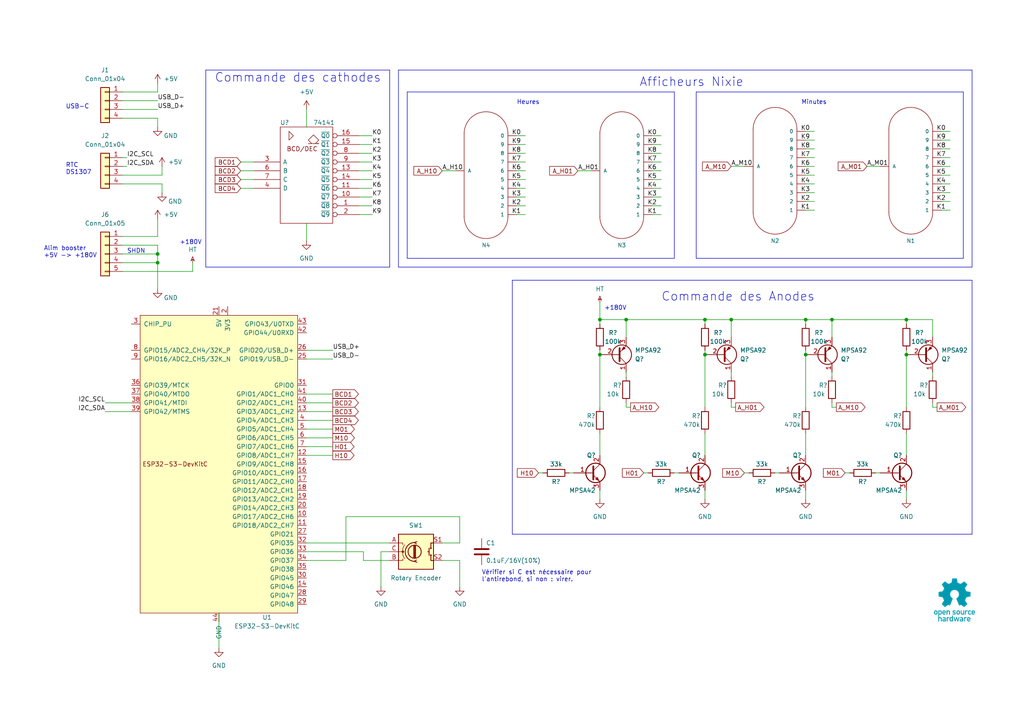
<source format=kicad_sch>
(kicad_sch (version 20230121) (generator eeschema)
  (paper "A4")
  (title_block (title "Horloge Nixie") (date "2023-07-10") (rev "0.2") (company "Author : Laurent Claude - www.laurentclaude.fr") (comment 1 "License : Open Source Hardware - CC BY-SA 4.0"))
  (lib_symbols
    (symbol "74xx_IEEE:74141" (pin_names (offset 0.762))
      (property "Reference" "U" (at 0 0 0))
      (property "Value" "74141" (at 7.62 -15.24 0))
      (symbol "74141_0_0"
        (polyline (pts (xy 3.556 9.144) (xy 3.048 9.144) (xy 3.048 9.144)))
        (polyline (pts (xy -5.08 12.7) (xy -5.08 10.16) (xy -3.81 11.43) (xy -5.08 12.7) (xy -5.08 12.7)))
        (polyline (pts (xy 2.54 9.144) (xy 3.556 10.16) (xy 2.032 11.684) (xy 0.508 10.16) (xy 1.524 9.144) (xy 0.508 9.144) (xy 3.556 9.144)))
        (text "BCD/DEC" (at -1.27 7.62 0) (effects (font (size 1.27 1.27))))
        (pin power_in line (at 0 -13.97 90) (length 0) hide (name "GND") (number "12"))
        (pin power_in line (at 0 13.97 270) (length 0) hide (name "VCC") (number "5"))
      )
      (symbol "74141_0_1"
        (rectangle (start -7.62 13.97) (end 7.62 -13.97))
      )
      (symbol "74141_1_1"
        (pin open_collector inverted (at 15.24 -8.89 180) (length 7.62) (name "~{Q8}") (number "1"))
        (pin open_collector inverted (at 15.24 -6.35 180) (length 7.62) (name "~{Q7}") (number "10"))
        (pin open_collector inverted (at 15.24 -3.81 180) (length 7.62) (name "~{Q6}") (number "11"))
        (pin open_collector inverted (at 15.24 1.27 180) (length 7.62) (name "~{Q4}") (number "13"))
        (pin open_collector inverted (at 15.24 -1.27 180) (length 7.62) (name "~{Q5}") (number "14"))
        (pin open_collector inverted (at 15.24 8.89 180) (length 7.62) (name "~{Q1}") (number "15"))
        (pin open_collector inverted (at 15.24 11.43 180) (length 7.62) (name "~{Q0}") (number "16"))
        (pin open_collector inverted (at 15.24 -11.43 180) (length 7.62) (name "~{Q9}") (number "2"))
        (pin input line (at -15.24 3.81 0) (length 7.62) (name "A") (number "3"))
        (pin input line (at -15.24 -3.81 0) (length 7.62) (name "D") (number "4"))
        (pin input line (at -15.24 1.27 0) (length 7.62) (name "B") (number "6"))
        (pin input line (at -15.24 -1.27 0) (length 7.62) (name "C") (number "7"))
        (pin open_collector inverted (at 15.24 6.35 180) (length 7.62) (name "~{Q2}") (number "8"))
        (pin open_collector inverted (at 15.24 3.81 180) (length 7.62) (name "~{Q3}") (number "9"))
      )
    )
    (symbol "Connector_Generic:Conn_01x04" (pin_names (offset 1.016) hide)
      (property "Reference" "J" (at 0 5.08 0))
      (property "Value" "Conn_01x04" (at 0 -7.62 0))
      (symbol "Conn_01x04_1_1"
        (rectangle (start -1.27 -4.953) (end 0 -5.207) (stroke (width 0.1524)))
        (rectangle (start -1.27 -2.413) (end 0 -2.667) (stroke (width 0.1524)))
        (rectangle (start -1.27 0.127) (end 0 -0.127) (stroke (width 0.1524)))
        (rectangle (start -1.27 2.667) (end 0 2.413) (stroke (width 0.1524)))
        (rectangle (start -1.27 3.81) (end 1.27 -6.35) (stroke (width 0.254)) (fill (type background)))
        (pin passive line (at -5.08 2.54 0) (length 3.81) (name "Pin_1") (number "1"))
        (pin passive line (at -5.08 0 0) (length 3.81) (name "Pin_2") (number "2"))
        (pin passive line (at -5.08 -2.54 0) (length 3.81) (name "Pin_3") (number "3"))
        (pin passive line (at -5.08 -5.08 0) (length 3.81) (name "Pin_4") (number "4"))
      )
    )
    (symbol "Connector_Generic:Conn_01x05" (pin_names (offset 1.016) hide)
      (property "Reference" "J" (at 0 7.62 0))
      (property "Value" "Conn_01x05" (at 0 -7.62 0))
      (symbol "Conn_01x05_1_1"
        (rectangle (start -1.27 -4.953) (end 0 -5.207) (stroke (width 0.1524)))
        (rectangle (start -1.27 -2.413) (end 0 -2.667) (stroke (width 0.1524)))
        (rectangle (start -1.27 0.127) (end 0 -0.127) (stroke (width 0.1524)))
        (rectangle (start -1.27 2.667) (end 0 2.413) (stroke (width 0.1524)))
        (rectangle (start -1.27 5.207) (end 0 4.953) (stroke (width 0.1524)))
        (rectangle (start -1.27 6.35) (end 1.27 -6.35) (stroke (width 0.254)) (fill (type background)))
        (pin passive line (at -5.08 5.08 0) (length 3.81) (name "Pin_1") (number "1"))
        (pin passive line (at -5.08 2.54 0) (length 3.81) (name "Pin_2") (number "2"))
        (pin passive line (at -5.08 0 0) (length 3.81) (name "Pin_3") (number "3"))
        (pin passive line (at -5.08 -2.54 0) (length 3.81) (name "Pin_4") (number "4"))
        (pin passive line (at -5.08 -5.08 0) (length 3.81) (name "Pin_5") (number "5"))
      )
    )
    (symbol "Device:C" (pin_numbers hide) (pin_names (offset 0.254))
      (property "Reference" "C" (at 0.635 2.54 0))
      (property "Value" "C" (at 0.635 -2.54 0))
      (symbol "C_0_1"
        (polyline (pts (xy -2.032 -0.762) (xy 2.032 -0.762)) (stroke (width 0.508)))
        (polyline (pts (xy -2.032 0.762) (xy 2.032 0.762)) (stroke (width 0.508)))
      )
      (symbol "C_1_1"
        (pin passive line (at 0 3.81 270) (length 2.794) (name "~") (number "1"))
        (pin passive line (at 0 -3.81 90) (length 2.794) (name "~") (number "2"))
      )
    )
    (symbol "Device:R" (pin_numbers hide) (pin_names (offset 0))
      (property "Reference" "R" (at 2.032 0 90))
      (property "Value" "R" (at 0 0 90))
      (symbol "R_0_1"
        (rectangle (start -1.016 -2.54) (end 1.016 2.54) (stroke (width 0.254)))
      )
      (symbol "R_1_1"
        (pin passive line (at 0 3.81 270) (length 1.27) (name "~") (number "1"))
        (pin passive line (at 0 -3.81 90) (length 1.27) (name "~") (number "2"))
      )
    )
    (symbol "Device:RotaryEncoder_Switch" (pin_names (offset 0.254) hide)
      (property "Reference" "SW" (at 0 6.604 0))
      (property "Value" "RotaryEncoder_Switch" (at 0 -6.604 0))
      (symbol "RotaryEncoder_Switch_0_1"
        (rectangle (start -5.08 5.08) (end 5.08 -5.08) (stroke (width 0.254)) (fill (type background)))
        (circle (center -3.81 0) (radius 0.254) (fill (type outline)))
        (circle (center -0.381 0) (radius 1.905) (stroke (width 0.254)))
        (arc (start -0.381 2.667) (mid -3.0988 -0.0635) (end -0.381 -2.794) (stroke (width 0.254)))
        (polyline (pts (xy -0.635 -1.778) (xy -0.635 1.778)) (stroke (width 0.254)))
        (polyline (pts (xy -0.381 -1.778) (xy -0.381 1.778)) (stroke (width 0.254)))
        (polyline (pts (xy -0.127 1.778) (xy -0.127 -1.778)) (stroke (width 0.254)))
        (polyline (pts (xy 3.81 0) (xy 3.429 0)) (stroke (width 0.254)))
        (polyline (pts (xy 3.81 1.016) (xy 3.81 -1.016)) (stroke (width 0.254)))
        (polyline (pts (xy -5.08 -2.54) (xy -3.81 -2.54) (xy -3.81 -2.032)))
        (polyline (pts (xy -5.08 2.54) (xy -3.81 2.54) (xy -3.81 2.032)))
        (polyline (pts (xy 0.254 -3.048) (xy -0.508 -2.794) (xy 0.127 -2.413)) (stroke (width 0.254)))
        (polyline (pts (xy 0.254 2.921) (xy -0.508 2.667) (xy 0.127 2.286)) (stroke (width 0.254)))
        (polyline (pts (xy 5.08 -2.54) (xy 4.318 -2.54) (xy 4.318 -1.016)) (stroke (width 0.254)))
        (polyline (pts (xy 5.08 2.54) (xy 4.318 2.54) (xy 4.318 1.016)) (stroke (width 0.254)))
        (polyline (pts (xy -5.08 0) (xy -3.81 0) (xy -3.81 -1.016) (xy -3.302 -2.032)))
        (polyline (pts (xy -4.318 0) (xy -3.81 0) (xy -3.81 1.016) (xy -3.302 2.032)))
        (circle (center 4.318 -1.016) (radius 0.127) (stroke (width 0.254)))
        (circle (center 4.318 1.016) (radius 0.127) (stroke (width 0.254)))
      )
      (symbol "RotaryEncoder_Switch_1_1"
        (pin passive line (at -7.62 2.54 0) (length 2.54) (name "A") (number "A"))
        (pin passive line (at -7.62 -2.54 0) (length 2.54) (name "B") (number "B"))
        (pin passive line (at -7.62 0 0) (length 2.54) (name "C") (number "C"))
        (pin passive line (at 7.62 2.54 180) (length 2.54) (name "S1") (number "S1"))
        (pin passive line (at 7.62 -2.54 180) (length 2.54) (name "S2") (number "S2"))
      )
    )
    (symbol "Nixie:IN-1" (pin_numbers hide) (pin_names (offset 1.016))
      (property "Reference" "N" (at -5.715 20.955 0))
      (symbol "IN-1_1_0"
        (polyline (pts (xy -7.62 -10.795) (xy -7.62 13.335)))
        (polyline (pts (xy 5.08 -10.795) (xy 5.08 13.335)))
      )
      (symbol "IN-1_1_1"
        (arc (start -7.62 -10.795) (mid -1.27 -17.1174) (end 5.08 -10.795))
        (arc (start 5.08 13.335) (mid -1.27 19.6574) (end -7.62 13.335))
        (pin bidirectional line (at -10.16 -10.16 0) (length 2.54) (name "0") (number "0"))
        (pin bidirectional line (at -10.16 12.7 0) (length 2.54) (name "1") (number "1"))
        (pin bidirectional line (at -10.16 10.16 0) (length 2.54) (name "2") (number "2"))
        (pin bidirectional line (at -10.16 7.62 0) (length 2.54) (name "3") (number "3"))
        (pin bidirectional line (at -10.16 5.08 0) (length 2.54) (name "4") (number "4"))
        (pin bidirectional line (at -10.16 2.54 0) (length 2.54) (name "5") (number "5"))
        (pin bidirectional line (at -10.16 0 0) (length 2.54) (name "6") (number "6"))
        (pin bidirectional line (at -10.16 -2.54 0) (length 2.54) (name "7") (number "7"))
        (pin bidirectional line (at -10.16 -5.08 0) (length 2.54) (name "8") (number "8"))
        (pin bidirectional line (at -10.16 -7.62 0) (length 2.54) (name "9") (number "9"))
        (pin bidirectional line (at 7.62 0 180) (length 2.54) (name "A") (number "A"))
      )
    )
    (symbol "PCM_Espressif:ESP32-S3-DevKitC" (pin_names (offset 1.016))
      (property "Reference" "U" (at -22.86 48.26 0))
      (property "Value" "ESP32-S3-DevKitC" (at -22.86 45.72 0))
      (symbol "ESP32-S3-DevKitC_0_0"
        (text "ESP32-S3-DevKitC" (at -12.7 0 0) (effects (font (size 1.27 1.27))))
        (pin bidirectional line (at 25.4 -35.56 180) (length 2.54) (name "GPIO46") (number "14"))
        (pin bidirectional line (at 25.4 -10.16 180) (length 2.54) (name "GPIO13/ADC2_CH2") (number "19"))
        (pin bidirectional line (at -25.4 15.24 0) (length 2.54) (name "GPIO42/MTMS") (number "39"))
        (pin bidirectional line (at 25.4 17.78 180) (length 2.54) (name "GPIO2/ADC1_CH1") (number "40"))
        (pin bidirectional line (at 25.4 20.32 180) (length 2.54) (name "GPIO1/ADC1_CH0") (number "41"))
        (pin bidirectional line (at 25.4 38.1 180) (length 2.54) (name "GPIO44/U0RXD") (number "42"))
        (pin bidirectional line (at 25.4 40.64 180) (length 2.54) (name "GPIO43/U0TXD") (number "43"))
        (pin power_in line (at 0 -43.18 270) (length 2.54) (name "GND") (number "44"))
      )
      (symbol "ESP32-S3-DevKitC_0_1"
        (rectangle (start -22.86 43.18) (end 22.86 -43.18) (fill (type background)))
        (pin power_in line (at 2.54 45.72 270) (length 2.54) (name "3V3") (number "2"))
      )
      (symbol "ESP32-S3-DevKitC_1_1"
        (pin passive line (at 2.54 45.72 270) (length 2.54) hide (name "3V3") (number "1"))
        (pin bidirectional line (at 25.4 -15.24 180) (length 2.54) (name "GPIO17/ADC2_CH6") (number "10"))
        (pin bidirectional line (at 25.4 -17.78 180) (length 2.54) (name "GPIO18/ADC2_CH7") (number "11"))
        (pin bidirectional line (at 25.4 2.54 180) (length 2.54) (name "GPIO8/ADC1_CH7") (number "12"))
        (pin bidirectional line (at 25.4 15.24 180) (length 2.54) (name "GPIO3/ADC1_CH2") (number "13"))
        (pin bidirectional line (at 25.4 0 180) (length 2.54) (name "GPIO9/ADC1_CH8") (number "15"))
        (pin bidirectional line (at 25.4 -2.54 180) (length 2.54) (name "GPIO10/ADC1_CH9") (number "16"))
        (pin bidirectional line (at 25.4 -5.08 180) (length 2.54) (name "GPIO11/ADC2_CH0") (number "17"))
        (pin bidirectional line (at 25.4 -7.62 180) (length 2.54) (name "GPIO12/ADC2_CH1") (number "18"))
        (pin bidirectional line (at 25.4 -12.7 180) (length 2.54) (name "GPIO14/ADC2_CH3") (number "20"))
        (pin power_in line (at 0 45.72 270) (length 2.54) (name "5V") (number "21"))
        (pin passive line (at 0 -43.18 270) (length 2.54) hide (name "GND") (number "22"))
        (pin passive line (at 0 -43.18 270) (length 2.54) hide (name "GND") (number "23"))
        (pin passive line (at 0 -43.18 270) (length 2.54) hide (name "GND") (number "24"))
        (pin bidirectional line (at 25.4 30.48 180) (length 2.54) (name "GPIO19/USB_D-") (number "25"))
        (pin bidirectional line (at 25.4 33.02 180) (length 2.54) (name "GPIO20/USB_D+") (number "26"))
        (pin bidirectional line (at 25.4 -20.32 180) (length 2.54) (name "GPIO21") (number "27"))
        (pin bidirectional line (at 25.4 -38.1 180) (length 2.54) (name "GPIO47") (number "28"))
        (pin bidirectional line (at 25.4 -40.64 180) (length 2.54) (name "GPIO48") (number "29"))
        (pin input line (at -25.4 40.64 0) (length 2.54) (name "CHIP_PU") (number "3"))
        (pin bidirectional line (at 25.4 -33.02 180) (length 2.54) (name "GPIO45") (number "30"))
        (pin bidirectional line (at 25.4 22.86 180) (length 2.54) (name "GPIO0") (number "31"))
        (pin bidirectional line (at 25.4 -22.86 180) (length 2.54) (name "GPIO35") (number "32"))
        (pin bidirectional line (at 25.4 -25.4 180) (length 2.54) (name "GPIO36") (number "33"))
        (pin bidirectional line (at 25.4 -27.94 180) (length 2.54) (name "GPIO37") (number "34"))
        (pin bidirectional line (at 25.4 -30.48 180) (length 2.54) (name "GPIO38") (number "35"))
        (pin bidirectional line (at -25.4 22.86 0) (length 2.54) (name "GPIO39/MTCK") (number "36"))
        (pin bidirectional line (at -25.4 20.32 0) (length 2.54) (name "GPIO40/MTDO") (number "37"))
        (pin bidirectional line (at -25.4 17.78 0) (length 2.54) (name "GPIO41/MTDI") (number "38"))
        (pin bidirectional line (at 25.4 12.7 180) (length 2.54) (name "GPIO4/ADC1_CH3") (number "4"))
        (pin bidirectional line (at 25.4 10.16 180) (length 2.54) (name "GPIO5/ADC1_CH4") (number "5"))
        (pin bidirectional line (at 25.4 7.62 180) (length 2.54) (name "GPIO6/ADC1_CH5") (number "6"))
        (pin bidirectional line (at 25.4 5.08 180) (length 2.54) (name "GPIO7/ADC1_CH6") (number "7"))
        (pin bidirectional line (at -25.4 33.02 0) (length 2.54) (name "GPIO15/ADC2_CH4/32K_P") (number "8"))
        (pin bidirectional line (at -25.4 30.48 0) (length 2.54) (name "GPIO16/ADC2_CH5/32K_N") (number "9"))
      )
    )
    (symbol "Transistor_BJT:BC557" (pin_names (offset 0) hide)
      (property "Reference" "Q" (at 5.08 1.905 0))
      (property "Value" "BC557" (at 5.08 0 0))
      (symbol "BC557_0_1"
        (polyline (pts (xy 0.635 0.635) (xy 2.54 2.54)))
        (polyline (pts (xy 0.635 -0.635) (xy 2.54 -2.54) (xy 2.54 -2.54)))
        (polyline (pts (xy 0.635 1.905) (xy 0.635 -1.905) (xy 0.635 -1.905)) (stroke (width 0.508)))
        (polyline (pts (xy 2.286 -1.778) (xy 1.778 -2.286) (xy 1.27 -1.27) (xy 2.286 -1.778) (xy 2.286 -1.778)) (fill (type outline)))
        (circle (center 1.27 0) (radius 2.8194) (stroke (width 0.254)))
      )
      (symbol "BC557_1_1"
        (pin passive line (at 2.54 5.08 270) (length 2.54) (name "C") (number "1"))
        (pin input line (at -5.08 0 0) (length 5.715) (name "B") (number "2"))
        (pin passive line (at 2.54 -5.08 90) (length 2.54) (name "E") (number "3"))
      )
    )
    (symbol "Transistor_BJT:MJE13007G" (pin_names (offset 0) hide)
      (property "Reference" "Q" (at 6.35 1.905 0))
      (property "Value" "MJE13007G" (at 6.35 0 0))
      (symbol "MJE13007G_0_1"
        (polyline (pts (xy 0 0) (xy 0.635 0)))
        (polyline (pts (xy 2.54 2.54) (xy 0.635 0.635)))
        (polyline (pts (xy 0.635 1.905) (xy 0.635 -1.905) (xy 0.635 -1.905)) (stroke (width 0.508)))
        (polyline (pts (xy 2.286 -2.286) (xy 1.778 -1.778) (xy 1.778 -1.778)))
        (polyline (pts (xy 2.54 -2.54) (xy 0.635 -0.635) (xy 1.27 -1.27)) (fill (type outline)))
        (polyline (pts (xy 1.27 -1.778) (xy 1.778 -1.27) (xy 2.286 -2.286) (xy 1.27 -1.778) (xy 1.27 -1.778)) (fill (type outline)))
        (circle (center 1.27 0) (radius 2.8194) (stroke (width 0.3048)))
      )
      (symbol "MJE13007G_1_1"
        (pin input line (at -5.08 0 0) (length 5.08) (name "B") (number "1"))
        (pin passive line (at 2.54 5.08 270) (length 2.54) (name "C") (number "2"))
        (pin passive line (at 2.54 -5.08 90) (length 2.54) (name "E") (number "3"))
      )
    )
    (symbol "power:+5V" (power) (pin_names (offset 0))
      (property "Value" "+5V" (at 0 3.556 0))
      (symbol "+5V_0_1"
        (polyline (pts (xy -0.762 1.27) (xy 0 2.54)))
        (polyline (pts (xy 0 0) (xy 0 2.54)))
        (polyline (pts (xy 0 2.54) (xy 0.762 1.27)))
      )
      (symbol "+5V_1_1"
        (pin power_in line (at 0 0 90) (length 0) hide (name "+5V") (number "1"))
      )
    )
    (symbol "power:GND" (power) (pin_names (offset 0))
      (property "Value" "GND" (at 0 -3.81 0))
      (symbol "GND_0_1"
        (polyline (pts (xy 0 0) (xy 0 -1.27) (xy 1.27 -1.27) (xy 0 -2.54) (xy -1.27 -1.27) (xy 0 -1.27)))
      )
      (symbol "GND_1_1"
        (pin power_in line (at 0 0 270) (length 0) hide (name "GND") (number "1"))
      )
    )
    (symbol "power:HT" (power) (pin_names (offset 0))
      (property "Value" "HT" (at 0 2.286 0))
      (symbol "HT_0_0"
        (pin power_in line (at 0 0 90) (length 0) hide (name "HT") (number "1"))
      )
      (symbol "HT_0_1"
        (polyline (pts (xy 0 0) (xy 0 1.016) (xy 0 1.016)))
        (polyline (pts (xy 0 1.016) (xy 0.508 0.508) (xy 0 1.778) (xy -0.508 0.508) (xy 0 1.016) (xy 0 1.016)))
      )
    )
  )
  (junction (at 204.47 92.71))
  (junction (at 45.72 76.2))
  (junction (at 233.68 92.71))
  (junction (at 45.72 73.66))
  (junction (at 204.47 102.87))
  (junction (at 212.09 92.71))
  (junction (at 241.3 92.71))
  (junction (at 181.61 92.71))
  (junction (at 262.89 92.71))
  (junction (at 173.99 102.87))
  (junction (at 173.99 92.71))
  (junction (at 233.68 102.87))
  (junction (at 262.89 102.87))
  (wire (pts (xy 35.56 34.29) (xy 45.72 34.29)))
  (wire (pts (xy 241.3 107.95) (xy 241.3 109.22)))
  (wire (pts (xy 275.59 40.64) (xy 273.05 40.64)))
  (wire (pts (xy 107.95 62.23) (xy 104.14 62.23)))
  (polyline (pts (xy 115.57 77.47) (xy 281.94 77.47)))
  (wire (pts (xy 69.85 52.07) (xy 73.66 52.07)))
  (polyline (pts (xy 59.69 77.47) (xy 113.03 77.47)))
  (wire (pts (xy 262.89 101.6) (xy 262.89 102.87)))
  (wire (pts (xy 45.72 73.66) (xy 45.72 76.2)))
  (polyline (pts (xy 118.11 26.67) (xy 118.11 74.93)))
  (wire (pts (xy 35.56 29.21) (xy 45.72 29.21)))
  (polyline (pts (xy 59.69 20.32) (xy 59.69 77.47)))
  (polyline (pts (xy 201.93 26.67) (xy 201.93 74.93)))
  (wire (pts (xy 173.99 102.87) (xy 173.99 118.11)))
  (wire (pts (xy 152.4 41.91) (xy 149.86 41.91)))
  (wire (pts (xy 128.27 157.48) (xy 133.35 157.48)))
  (wire (pts (xy 191.77 57.15) (xy 189.23 57.15)))
  (wire (pts (xy 241.3 118.11) (xy 242.57 118.11)))
  (wire (pts (xy 35.56 45.72) (xy 36.83 45.72)))
  (wire (pts (xy 262.89 92.71) (xy 262.89 93.98)))
  (wire (pts (xy 165.1 137.16) (xy 166.37 137.16)))
  (polyline (pts (xy 148.59 154.94) (xy 281.94 154.94)))
  (wire (pts (xy 152.4 59.69) (xy 149.86 59.69)))
  (wire (pts (xy 173.99 125.73) (xy 173.99 132.08)))
  (wire (pts (xy 212.09 118.11) (xy 213.36 118.11)))
  (wire (pts (xy 30.48 119.38) (xy 38.1 119.38)))
  (wire (pts (xy 233.68 92.71) (xy 233.68 93.98)))
  (polyline (pts (xy 195.58 74.93) (xy 195.58 26.67)))
  (wire (pts (xy 181.61 107.95) (xy 181.61 109.22)))
  (wire (pts (xy 110.49 160.02) (xy 113.03 160.02)))
  (wire (pts (xy 204.47 102.87) (xy 204.47 118.11)))
  (wire (pts (xy 88.9 127) (xy 96.52 127)))
  (wire (pts (xy 212.09 97.79) (xy 212.09 92.71)))
  (wire (pts (xy 152.4 49.53) (xy 149.86 49.53)))
  (wire (pts (xy 212.09 92.71) (xy 233.68 92.71)))
  (wire (pts (xy 88.9 104.14) (xy 96.52 104.14)))
  (wire (pts (xy 275.59 48.26) (xy 273.05 48.26)))
  (wire (pts (xy 275.59 60.96) (xy 273.05 60.96)))
  (wire (pts (xy 212.09 92.71) (xy 204.47 92.71)))
  (wire (pts (xy 275.59 50.8) (xy 273.05 50.8)))
  (wire (pts (xy 88.9 124.46) (xy 96.52 124.46)))
  (wire (pts (xy 275.59 53.34) (xy 273.05 53.34)))
  (wire (pts (xy 215.9 137.16) (xy 217.17 137.16)))
  (wire (pts (xy 212.09 116.84) (xy 212.09 118.11)))
  (polyline (pts (xy 279.4 74.93) (xy 279.4 26.67)))
  (polyline (pts (xy 113.03 77.47) (xy 113.03 20.32)))
  (wire (pts (xy 45.72 34.29) (xy 45.72 36.83)))
  (wire (pts (xy 186.69 137.16) (xy 187.96 137.16)))
  (wire (pts (xy 173.99 142.24) (xy 173.99 144.78)))
  (wire (pts (xy 152.4 57.15) (xy 149.86 57.15)))
  (polyline (pts (xy 115.57 20.32) (xy 281.94 20.32)))
  (polyline (pts (xy 281.94 81.28) (xy 148.59 81.28)))
  (wire (pts (xy 107.95 57.15) (xy 104.14 57.15)))
  (wire (pts (xy 173.99 101.6) (xy 173.99 102.87)))
  (wire (pts (xy 69.85 54.61) (xy 73.66 54.61)))
  (wire (pts (xy 88.9 116.84) (xy 96.52 116.84)))
  (wire (pts (xy 107.95 59.69) (xy 104.14 59.69)))
  (wire (pts (xy 270.51 107.95) (xy 270.51 109.22)))
  (wire (pts (xy 275.59 45.72) (xy 273.05 45.72)))
  (wire (pts (xy 233.68 102.87) (xy 233.68 118.11)))
  (polyline (pts (xy 113.03 20.32) (xy 59.69 20.32)))
  (wire (pts (xy 173.99 87.63) (xy 173.99 92.71)))
  (wire (pts (xy 236.22 55.88) (xy 233.68 55.88)))
  (wire (pts (xy 63.5 177.8) (xy 63.5 187.96)))
  (wire (pts (xy 88.9 132.08) (xy 96.52 132.08)))
  (wire (pts (xy 236.22 45.72) (xy 233.68 45.72)))
  (wire (pts (xy 152.4 52.07) (xy 149.86 52.07)))
  (wire (pts (xy 152.4 39.37) (xy 149.86 39.37)))
  (wire (pts (xy 88.9 31.75) (xy 88.9 36.83)))
  (wire (pts (xy 55.88 78.74) (xy 55.88 76.2)))
  (wire (pts (xy 35.56 53.34) (xy 46.99 53.34)))
  (wire (pts (xy 107.95 44.45) (xy 104.14 44.45)))
  (wire (pts (xy 88.9 157.48) (xy 113.03 157.48)))
  (wire (pts (xy 233.68 142.24) (xy 233.68 144.78)))
  (wire (pts (xy 35.56 76.2) (xy 45.72 76.2)))
  (wire (pts (xy 236.22 50.8) (xy 233.68 50.8)))
  (wire (pts (xy 35.56 31.75) (xy 45.72 31.75)))
  (wire (pts (xy 241.3 92.71) (xy 241.3 97.79)))
  (wire (pts (xy 173.99 92.71) (xy 173.99 93.98)))
  (wire (pts (xy 212.09 107.95) (xy 212.09 109.22)))
  (wire (pts (xy 88.9 101.6) (xy 96.52 101.6)))
  (wire (pts (xy 233.68 101.6) (xy 233.68 102.87)))
  (wire (pts (xy 191.77 52.07) (xy 189.23 52.07)))
  (wire (pts (xy 35.56 26.67) (xy 45.72 26.67)))
  (wire (pts (xy 241.3 116.84) (xy 241.3 118.11)))
  (wire (pts (xy 236.22 60.96) (xy 233.68 60.96)))
  (wire (pts (xy 236.22 48.26) (xy 233.68 48.26)))
  (wire (pts (xy 69.85 46.99) (xy 73.66 46.99)))
  (wire (pts (xy 35.56 73.66) (xy 45.72 73.66)))
  (wire (pts (xy 35.56 71.12) (xy 45.72 71.12)))
  (wire (pts (xy 181.61 92.71) (xy 204.47 92.71)))
  (wire (pts (xy 88.9 119.38) (xy 96.52 119.38)))
  (wire (pts (xy 204.47 142.24) (xy 204.47 144.78)))
  (wire (pts (xy 152.4 54.61) (xy 149.86 54.61)))
  (wire (pts (xy 191.77 39.37) (xy 189.23 39.37)))
  (wire (pts (xy 128.27 49.53) (xy 132.08 49.53)))
  (wire (pts (xy 191.77 62.23) (xy 189.23 62.23)))
  (wire (pts (xy 45.72 68.58) (xy 35.56 68.58)))
  (wire (pts (xy 133.35 162.56) (xy 133.35 170.18)))
  (wire (pts (xy 233.68 125.73) (xy 233.68 132.08)))
  (wire (pts (xy 88.9 160.02) (xy 105.41 160.02)))
  (wire (pts (xy 35.56 78.74) (xy 55.88 78.74)))
  (wire (pts (xy 262.89 142.24) (xy 262.89 144.78)))
  (wire (pts (xy 270.51 116.84) (xy 270.51 118.11)))
  (wire (pts (xy 236.22 53.34) (xy 233.68 53.34)))
  (wire (pts (xy 254 137.16) (xy 255.27 137.16)))
  (wire (pts (xy 181.61 116.84) (xy 181.61 118.11)))
  (wire (pts (xy 251.46 48.26) (xy 255.27 48.26)))
  (wire (pts (xy 107.95 39.37) (xy 104.14 39.37)))
  (polyline (pts (xy 148.59 81.28) (xy 148.59 154.94)))
  (wire (pts (xy 204.47 125.73) (xy 204.47 132.08)))
  (wire (pts (xy 181.61 118.11) (xy 182.88 118.11)))
  (wire (pts (xy 45.72 71.12) (xy 45.72 73.66)))
  (wire (pts (xy 107.95 46.99) (xy 104.14 46.99)))
  (wire (pts (xy 191.77 49.53) (xy 189.23 49.53)))
  (wire (pts (xy 270.51 97.79) (xy 270.51 92.71)))
  (polyline (pts (xy 118.11 74.93) (xy 195.58 74.93)))
  (wire (pts (xy 204.47 92.71) (xy 204.47 93.98)))
  (wire (pts (xy 88.9 129.54) (xy 96.52 129.54)))
  (wire (pts (xy 88.9 121.92) (xy 96.52 121.92)))
  (wire (pts (xy 191.77 54.61) (xy 189.23 54.61)))
  (wire (pts (xy 233.68 92.71) (xy 241.3 92.71)))
  (polyline (pts (xy 115.57 20.32) (xy 115.57 77.47)))
  (wire (pts (xy 241.3 92.71) (xy 262.89 92.71)))
  (wire (pts (xy 191.77 44.45) (xy 189.23 44.45)))
  (wire (pts (xy 110.49 170.18) (xy 110.49 160.02)))
  (wire (pts (xy 191.77 46.99) (xy 189.23 46.99)))
  (wire (pts (xy 88.9 114.3) (xy 96.52 114.3)))
  (wire (pts (xy 133.35 149.86) (xy 133.35 157.48)))
  (wire (pts (xy 191.77 41.91) (xy 189.23 41.91)))
  (wire (pts (xy 191.77 59.69) (xy 189.23 59.69)))
  (polyline (pts (xy 281.94 77.47) (xy 281.94 20.32)))
  (wire (pts (xy 152.4 46.99) (xy 149.86 46.99)))
  (wire (pts (xy 88.9 64.77) (xy 88.9 69.85)))
  (wire (pts (xy 107.95 52.07) (xy 104.14 52.07)))
  (polyline (pts (xy 279.4 26.67) (xy 201.93 26.67)))
  (wire (pts (xy 35.56 48.26) (xy 36.83 48.26)))
  (polyline (pts (xy 281.94 154.94) (xy 281.94 81.28)))
  (wire (pts (xy 107.95 41.91) (xy 104.14 41.91)))
  (polyline (pts (xy 201.93 74.93) (xy 279.4 74.93)))
  (wire (pts (xy 107.95 54.61) (xy 104.14 54.61)))
  (wire (pts (xy 128.27 162.56) (xy 133.35 162.56)))
  (wire (pts (xy 236.22 38.1) (xy 233.68 38.1)))
  (wire (pts (xy 45.72 76.2) (xy 45.72 83.82)))
  (wire (pts (xy 181.61 97.79) (xy 181.61 92.71)))
  (wire (pts (xy 275.59 55.88) (xy 273.05 55.88)))
  (wire (pts (xy 212.09 48.26) (xy 215.9 48.26)))
  (wire (pts (xy 204.47 101.6) (xy 204.47 102.87)))
  (wire (pts (xy 46.99 53.34) (xy 46.99 55.88)))
  (wire (pts (xy 107.95 49.53) (xy 104.14 49.53)))
  (wire (pts (xy 152.4 44.45) (xy 149.86 44.45)))
  (wire (pts (xy 100.33 149.86) (xy 133.35 149.86)))
  (wire (pts (xy 105.41 162.56) (xy 105.41 160.02)))
  (wire (pts (xy 270.51 118.11) (xy 271.78 118.11)))
  (wire (pts (xy 46.99 48.26) (xy 46.99 50.8)))
  (wire (pts (xy 262.89 102.87) (xy 262.89 118.11)))
  (wire (pts (xy 45.72 63.5) (xy 45.72 68.58)))
  (wire (pts (xy 262.89 125.73) (xy 262.89 132.08)))
  (wire (pts (xy 275.59 43.18) (xy 273.05 43.18)))
  (wire (pts (xy 69.85 49.53) (xy 73.66 49.53)))
  (wire (pts (xy 275.59 58.42) (xy 273.05 58.42)))
  (polyline (pts (xy 195.58 26.67) (xy 118.11 26.67)))
  (wire (pts (xy 270.51 92.71) (xy 262.89 92.71)))
  (wire (pts (xy 100.33 162.56) (xy 100.33 149.86)))
  (wire (pts (xy 245.11 137.16) (xy 246.38 137.16)))
  (wire (pts (xy 236.22 58.42) (xy 233.68 58.42)))
  (wire (pts (xy 105.41 162.56) (xy 113.03 162.56)))
  (wire (pts (xy 88.9 162.56) (xy 100.33 162.56)))
  (wire (pts (xy 167.64 49.53) (xy 171.45 49.53)))
  (wire (pts (xy 152.4 62.23) (xy 149.86 62.23)))
  (wire (pts (xy 46.99 50.8) (xy 35.56 50.8)))
  (wire (pts (xy 181.61 92.71) (xy 173.99 92.71)))
  (wire (pts (xy 30.48 116.84) (xy 38.1 116.84)))
  (wire (pts (xy 45.72 26.67) (xy 45.72 24.13)))
  (wire (pts (xy 156.21 137.16) (xy 157.48 137.16)))
  (wire (pts (xy 224.79 137.16) (xy 226.06 137.16)))
  (wire (pts (xy 236.22 43.18) (xy 233.68 43.18)))
  (wire (pts (xy 275.59 38.1) (xy 273.05 38.1)))
  (wire (pts (xy 195.58 137.16) (xy 196.85 137.16)))
  (wire (pts (xy 236.22 40.64) (xy 233.68 40.64)))
  (image (at 276.86 173.99) (scale 1.48101))
  (text "Heures" (at 149.86 30.48 0) (effects (font (size 1.27 1.27)) (justify left bottom)))
  (text "SHDN" (at 36.83 73.66 0) (effects (font (size 1.27 1.27)) (justify left bottom)))
  (text "RTC\nDS1307" (at 19.05 50.8 0) (effects (font (size 1.27 1.27)) (justify left bottom)))
  (text "Commande des Anodes" (at 191.77 87.63 0) (effects (font (size 2.54 2.54)) (justify left bottom)))
  (text "Afficheurs Nixie" (at 185.42 25.4 0) (effects (font (size 2.54 2.54)) (justify left bottom)))
  (text "Vérifier si C est nécessaire pour\nl'antirebond, si non : virer." (at 139.7 168.91 0) (effects (font (size 1.27 1.27)) (justify left bottom)))
  (text "Alim booster\n+5V -> +180V" (at 12.7 74.93 0) (effects (font (size 1.27 1.27)) (justify left bottom)))
  (text "+180V" (at 52.07 71.12 0) (effects (font (size 1.27 1.27)) (justify left bottom)))
  (text "Commande des cathodes" (at 62.23 24.13 0) (effects (font (size 2.54 2.54)) (justify left bottom)))
  (text "Minutes" (at 232.41 30.48 0) (effects (font (size 1.27 1.27)) (justify left bottom)))
  (text "USB-C\n" (at 19.05 31.75 0) (effects (font (size 1.27 1.27)) (justify left bottom)))
  (text "+180V" (at 175.26 90.17 0) (effects (font (size 1.27 1.27)) (justify left bottom)))
  (label "K6" (at 107.95 54.61 0))
  (label "A_H01" (at 167.64 49.53 0))
  (label "K3" (at 107.95 46.99 0))
  (label "USB_D+" (at 45.72 31.75 0))
  (label "A_M01" (at 251.46 48.26 0))
  (label "K1" (at 234.95 60.96 180))
  (label "K9" (at 234.95 40.64 180))
  (label "K0" (at 274.32 38.1 180))
  (label "K7" (at 234.95 45.72 180))
  (label "K8" (at 274.32 43.18 180))
  (label "K8" (at 234.95 43.18 180))
  (label "K6" (at 151.13 49.53 180))
  (label "I2C_SDA" (at 36.83 48.26 0))
  (label "K1" (at 190.5 62.23 180))
  (label "K5" (at 274.32 50.8 180))
  (label "A_H10" (at 128.27 49.53 0))
  (label "K5" (at 190.5 52.07 180))
  (label "K0" (at 234.95 38.1 180))
  (label "K9" (at 190.5 41.91 180))
  (label "K0" (at 151.13 39.37 180))
  (label "K6" (at 190.5 49.53 180))
  (label "K8" (at 107.95 59.69 0))
  (label "I2C_SDA" (at 30.48 119.38 180))
  (label "K4" (at 234.95 53.34 180))
  (label "I2C_SCL" (at 36.83 45.72 0))
  (label "K4" (at 151.13 54.61 180))
  (label "K3" (at 190.5 57.15 180))
  (label "K6" (at 274.32 48.26 180))
  (label "A_M10" (at 212.09 48.26 0))
  (label "K0" (at 190.5 39.37 180))
  (label "K7" (at 107.95 57.15 0))
  (label "USB_D-" (at 96.52 104.14 0))
  (label "K7" (at 274.32 45.72 180))
  (label "K9" (at 151.13 41.91 180))
  (label "K2" (at 190.5 59.69 180))
  (label "K5" (at 151.13 52.07 180))
  (label "K2" (at 234.95 58.42 180))
  (label "K7" (at 151.13 46.99 180))
  (label "K7" (at 190.5 46.99 180))
  (label "K2" (at 151.13 59.69 180))
  (label "K3" (at 151.13 57.15 180))
  (label "K4" (at 274.32 53.34 180))
  (label "K9" (at 107.95 62.23 0))
  (label "K1" (at 107.95 41.91 0))
  (label "K0" (at 107.95 39.37 0))
  (label "K1" (at 274.32 60.96 180))
  (label "K1" (at 151.13 62.23 180))
  (label "K2" (at 107.95 44.45 0))
  (label "K4" (at 107.95 49.53 0))
  (label "K5" (at 234.95 50.8 180))
  (label "K8" (at 151.13 44.45 180))
  (label "K2" (at 274.32 58.42 180))
  (label "K3" (at 234.95 55.88 180))
  (label "K6" (at 234.95 48.26 180))
  (label "K5" (at 107.95 52.07 0))
  (label "I2C_SCL" (at 30.48 116.84 180))
  (label "USB_D+" (at 96.52 101.6 0))
  (label "K8" (at 190.5 44.45 180))
  (label "K9" (at 274.32 40.64 180))
  (label "K4" (at 190.5 54.61 180))
  (label "USB_D-" (at 45.72 29.21 0))
  (label "K3" (at 274.32 55.88 180))
  (global_label "A_M10" (shape input) (at 212.09 48.26 180) (property "Intersheetrefs" "${INTERSHEET_REFS}" (effects hide)) (property "Références Inter-Feuilles" "${INTERSHEET_REFS}" (effects hide)))
  (global_label "BCD3" (shape output) (at 96.52 119.38 0) (property "Intersheetrefs" "${INTERSHEET_REFS}" (effects hide)) (property "Références Inter-Feuilles" "${INTERSHEET_REFS}" (effects hide)))
  (global_label "BCD1" (shape output) (at 96.52 114.3 0) (property "Intersheetrefs" "${INTERSHEET_REFS}" (effects hide)) (property "Références Inter-Feuilles" "${INTERSHEET_REFS}" (effects hide)))
  (global_label "H01" (shape input) (at 186.69 137.16 180) (property "Intersheetrefs" "${INTERSHEET_REFS}" (effects hide)) (property "Références Inter-Feuilles" "${INTERSHEET_REFS}" (effects hide)))
  (global_label "A_H01" (shape input) (at 167.64 49.53 180) (property "Intersheetrefs" "${INTERSHEET_REFS}" (effects hide)) (property "Références Inter-Feuilles" "${INTERSHEET_REFS}" (effects hide)))
  (global_label "A_H01" (shape output) (at 213.36 118.11 0) (property "Intersheetrefs" "${INTERSHEET_REFS}" (effects hide)) (property "Références Inter-Feuilles" "${INTERSHEET_REFS}" (effects hide)))
  (global_label "BCD4" (shape input) (at 69.85 54.61 180) (property "Intersheetrefs" "${INTERSHEET_REFS}" (effects hide)) (property "Références Inter-Feuilles" "${INTERSHEET_REFS}" (effects hide)))
  (global_label "H10" (shape output) (at 96.52 132.08 0) (property "Intersheetrefs" "${INTERSHEET_REFS}" (effects hide)) (property "Références Inter-Feuilles" "${INTERSHEET_REFS}" (effects hide)))
  (global_label "A_M01" (shape output) (at 271.78 118.11 0) (property "Intersheetrefs" "${INTERSHEET_REFS}" (effects hide)) (property "Références Inter-Feuilles" "${INTERSHEET_REFS}" (effects hide)))
  (global_label "M01" (shape input) (at 245.11 137.16 180) (property "Intersheetrefs" "${INTERSHEET_REFS}" (effects hide)) (property "Références Inter-Feuilles" "${INTERSHEET_REFS}" (effects hide)))
  (global_label "H10" (shape input) (at 156.21 137.16 180) (property "Intersheetrefs" "${INTERSHEET_REFS}" (effects hide)) (property "Références Inter-Feuilles" "${INTERSHEET_REFS}" (effects hide)))
  (global_label "M10" (shape output) (at 96.52 127 0) (property "Intersheetrefs" "${INTERSHEET_REFS}" (effects hide)) (property "Références Inter-Feuilles" "${INTERSHEET_REFS}" (effects hide)))
  (global_label "BCD1" (shape input) (at 69.85 46.99 180) (property "Intersheetrefs" "${INTERSHEET_REFS}" (effects hide)) (property "Références Inter-Feuilles" "${INTERSHEET_REFS}" (effects hide)))
  (global_label "A_M10" (shape output) (at 242.57 118.11 0) (property "Intersheetrefs" "${INTERSHEET_REFS}" (effects hide)) (property "Références Inter-Feuilles" "${INTERSHEET_REFS}" (effects hide)))
  (global_label "A_H10" (shape input) (at 128.27 49.53 180) (property "Intersheetrefs" "${INTERSHEET_REFS}" (effects hide)) (property "Références Inter-Feuilles" "${INTERSHEET_REFS}" (effects hide)))
  (global_label "M10" (shape input) (at 215.9 137.16 180) (property "Intersheetrefs" "${INTERSHEET_REFS}" (effects hide)) (property "Références Inter-Feuilles" "${INTERSHEET_REFS}" (effects hide)))
  (global_label "A_H10" (shape output) (at 182.88 118.11 0) (property "Intersheetrefs" "${INTERSHEET_REFS}" (effects hide)) (property "Références Inter-Feuilles" "${INTERSHEET_REFS}" (effects hide)))
  (global_label "BCD4" (shape output) (at 96.52 121.92 0) (property "Intersheetrefs" "${INTERSHEET_REFS}" (effects hide)) (property "Références Inter-Feuilles" "${INTERSHEET_REFS}" (effects hide)))
  (global_label "BCD3" (shape input) (at 69.85 52.07 180) (property "Intersheetrefs" "${INTERSHEET_REFS}" (effects hide)) (property "Références Inter-Feuilles" "${INTERSHEET_REFS}" (effects hide)))
  (global_label "H01" (shape output) (at 96.52 129.54 0) (property "Intersheetrefs" "${INTERSHEET_REFS}" (effects hide)) (property "Références Inter-Feuilles" "${INTERSHEET_REFS}" (effects hide)))
  (global_label "M01" (shape output) (at 96.52 124.46 0) (property "Intersheetrefs" "${INTERSHEET_REFS}" (effects hide)) (property "Références Inter-Feuilles" "${INTERSHEET_REFS}" (effects hide)))
  (global_label "BCD2" (shape input) (at 69.85 49.53 180) (property "Intersheetrefs" "${INTERSHEET_REFS}" (effects hide)) (property "Références Inter-Feuilles" "${INTERSHEET_REFS}" (effects hide)))
  (global_label "A_M01" (shape input) (at 251.46 48.26 180) (property "Intersheetrefs" "${INTERSHEET_REFS}" (effects hide)) (property "Références Inter-Feuilles" "${INTERSHEET_REFS}" (effects hide)))
  (global_label "BCD2" (shape output) (at 96.52 116.84 0) (property "Intersheetrefs" "${INTERSHEET_REFS}" (effects hide)) (property "Références Inter-Feuilles" "${INTERSHEET_REFS}" (effects hide)))
  (symbol (lib_id "Device:R") (at 173.99 121.92 180) (unit 1)
    (property "Reference" "R?" (at 171.45 120.65 0))
    (property "Value" "470k" (at 170.18 123.19 0))
    (instances (project "Horloge_Nixie" (path "" (reference "R?") (unit 1)) (path "" (reference "R8") (unit 1))))
  )
  (symbol (lib_id "Nixie:IN-1") (at 223.52 48.26 180) (unit 1)
    (property "Reference" "N2" (at 224.79 69.85 0) (effects (font (size 1.143 1.143))))
    (property "Value" "IN-1" (effects hide))
    (property "Footprint" "nixies-us_IN-1" (effects hide))
    (instances (project "Horloge_Nixie" (path "" (reference "N2") (unit 1)) (path "" (reference "N3") (unit 1))))
  )
  (symbol (lib_id "Transistor_BJT:MJE13007G") (at 231.14 137.16 0) (unit 1)
    (property "Reference" "Q?" (at 229.87 132.08 0) (effects (justify left)))
    (property "Value" "MPSA42" (at 224.79 142.24 0) (effects (justify left)))
    (property "Footprint" "Package_TO_SOT_THT:TO-220-3_Vertical" (effects hide))
    (property "Datasheet" "http://www.onsemi.com/pub_link/Collateral/MJE13007-D.PDF" (effects hide))
    (instances (project "Horloge_Nixie" (path "" (reference "Q?") (unit 1)) (path "" (reference "Q6") (unit 1))))
  )
  (symbol (lib_id "Transistor_BJT:MJE13007G") (at 171.45 137.16 0) (unit 1)
    (property "Reference" "Q?" (at 170.18 132.08 0) (effects (justify left)))
    (property "Value" "MPSA42" (at 165.1 142.24 0) (effects (justify left)))
    (property "Footprint" "Package_TO_SOT_THT:TO-220-3_Vertical" (effects hide))
    (property "Datasheet" "http://www.onsemi.com/pub_link/Collateral/MJE13007-D.PDF" (effects hide))
    (instances (project "Horloge_Nixie" (path "" (reference "Q?") (unit 1)) (path "" (reference "Q2") (unit 1))))
  )
  (symbol (lib_id "Transistor_BJT:MJE13007G") (at 260.35 137.16 0) (unit 1)
    (property "Reference" "Q?" (at 259.08 132.08 0) (effects (justify left)))
    (property "Value" "MPSA42" (at 254 142.24 0) (effects (justify left)))
    (property "Footprint" "Package_TO_SOT_THT:TO-220-3_Vertical" (effects hide))
    (property "Datasheet" "http://www.onsemi.com/pub_link/Collateral/MJE13007-D.PDF" (effects hide))
    (instances (project "Horloge_Nixie" (path "" (reference "Q?") (unit 1)) (path "" (reference "Q8") (unit 1))))
  )
  (symbol (lib_id "Transistor_BJT:MJE13007G") (at 201.93 137.16 0) (unit 1)
    (property "Reference" "Q?" (at 200.66 132.08 0) (effects (justify left)))
    (property "Value" "MPSA42" (at 195.58 142.24 0) (effects (justify left)))
    (property "Footprint" "Package_TO_SOT_THT:TO-220-3_Vertical" (effects hide))
    (property "Datasheet" "http://www.onsemi.com/pub_link/Collateral/MJE13007-D.PDF" (effects hide))
    (instances (project "Horloge_Nixie" (path "" (reference "Q?") (unit 1)) (path "" (reference "Q4") (unit 1))))
  )
  (symbol (lib_id "Transistor_BJT:BC557") (at 267.97 102.87 0) (mirror x) (unit 1)
    (property "Reference" "Q?" (at 273.05 104.14 0) (effects (justify left)))
    (property "Value" "MPSA92" (at 273.05 101.6 0) (effects (justify left)))
    (property "Footprint" "Package_TO_SOT_THT:TO-92_Inline" (effects hide))
    (property "Datasheet" "https://www.onsemi.com/pub/Collateral/BC556BTA-D.pdf" (effects hide))
    (instances (project "Horloge_Nixie" (path "" (reference "Q?") (unit 1)) (path "" (reference "Q9") (unit 1))))
  )
  (symbol (lib_id "Device:R") (at 181.61 113.03 180) (unit 1)
    (property "Reference" "R?" (at 179.07 111.76 0))
    (property "Value" "10k" (at 177.8 114.3 0))
    (instances (project "Horloge_Nixie" (path "" (reference "R?") (unit 1)) (path "" (reference "R9") (unit 1))))
  )
  (symbol (lib_id "Device:R") (at 220.98 137.16 90) (unit 1)
    (property "Reference" "R?" (at 220.98 139.7 90))
    (property "Value" "33k" (at 220.98 134.62 90))
    (instances (project "Horloge_Nixie" (path "" (reference "R?") (unit 1)) (path "" (reference "R14") (unit 1))))
  )
  (symbol (lib_id "Nixie:IN-1") (at 262.89 48.26 180) (unit 1)
    (property "Reference" "N1" (at 264.16 69.85 0) (effects (font (size 1.143 1.143))))
    (property "Value" "IN-1" (effects hide))
    (property "Footprint" "nixies-us_IN-1" (effects hide))
    (instances (project "Horloge_Nixie" (path "" (reference "N1") (unit 1)) (path "" (reference "N4") (unit 1))))
  )
  (symbol (lib_id "PCM_Espressif:ESP32-S3-DevKitC") (at 63.5 134.62 0) (unit 1)
    (property "Reference" "U1" (at 77.47 179.07 0))
    (property "Value" "ESP32-S3-DevKitC" (at 77.47 181.61 0))
    (property "Footprint" "Espressif:ESP32-S3-DevKitC" (effects hide))
  )
  (symbol (lib_id "power:+5V") (at 45.72 63.5 0) (unit 1)
    (property "Reference" "#PWR08" (effects hide))
    (property "Value" "+5V" (at 49.53 62.23 0))
    (instances (project "Horloge_Nixie" (path "" (reference "#PWR08") (unit 1)) (path "" (reference "#PWR03") (unit 1))))
  )
  (symbol (lib_id "Device:R") (at 212.09 113.03 180) (unit 1)
    (property "Reference" "R?" (at 209.55 111.76 0))
    (property "Value" "10k" (at 208.28 114.3 0))
    (instances (project "Horloge_Nixie" (path "" (reference "R?") (unit 1)) (path "" (reference "R13") (unit 1))))
  )
  (symbol (lib_id "Connector_Generic:Conn_01x05") (at 30.48 73.66 0) (mirror y) (unit 1)
    (property "Reference" "J6" (at 30.48 62.23 0))
    (property "Value" "Conn_01x05" (at 30.48 64.77 0))
  )
  (symbol (lib_id "power:GND") (at 133.35 170.18 0) (unit 1)
    (property "Reference" "#PWR06" (effects hide))
    (property "Value" "GND" (at 133.35 175.26 0))
    (instances (project "Horloge_Nixie" (path "" (reference "#PWR06") (unit 1)) (path "" (reference "#PWR012") (unit 1))))
  )
  (symbol (lib_id "power:GND") (at 173.99 144.78 0) (unit 1)
    (property "Reference" "#PWR?" (effects hide))
    (property "Value" "GND" (at 173.99 149.86 0))
    (instances (project "Horloge_Nixie" (path "" (reference "#PWR?") (unit 1)) (path "" (reference "#PWR014") (unit 1))))
  )
  (symbol (lib_id "Device:R") (at 204.47 97.79 180) (unit 1)
    (property "Reference" "R?" (at 208.28 96.52 0))
    (property "Value" "100k" (at 208.28 99.06 0))
    (instances (project "Horloge_Nixie" (path "" (reference "R?") (unit 1)) (path "" (reference "R11") (unit 1))))
  )
  (symbol (lib_id "Device:R") (at 204.47 121.92 180) (unit 1)
    (property "Reference" "R?" (at 201.93 120.65 0))
    (property "Value" "470k" (at 200.66 123.19 0))
    (instances (project "Horloge_Nixie" (path "" (reference "R?") (unit 1)) (path "" (reference "R12") (unit 1))))
  )
  (symbol (lib_id "power:GND") (at 233.68 144.78 0) (unit 1)
    (property "Reference" "#PWR?" (effects hide))
    (property "Value" "GND" (at 233.68 149.86 0))
    (instances (project "Horloge_Nixie" (path "" (reference "#PWR?") (unit 1)) (path "" (reference "#PWR016") (unit 1))))
  )
  (symbol (lib_id "Device:R") (at 250.19 137.16 90) (unit 1)
    (property "Reference" "R?" (at 250.19 139.7 90))
    (property "Value" "33k" (at 250.19 134.62 90))
    (instances (project "Horloge_Nixie" (path "" (reference "R?") (unit 1)) (path "" (reference "R18") (unit 1))))
  )
  (symbol (lib_id "Nixie:IN-1") (at 179.07 49.53 180) (unit 1)
    (property "Reference" "N3" (at 180.34 71.12 0) (effects (font (size 1.143 1.143))))
    (property "Value" "IN-1" (effects hide))
    (property "Footprint" "nixies-us_IN-1" (effects hide))
    (instances (project "Horloge_Nixie" (path "" (reference "N3") (unit 1)) (path "" (reference "N2") (unit 1))))
  )
  (symbol (lib_id "Device:R") (at 161.29 137.16 90) (unit 1)
    (property "Reference" "R?" (at 161.29 139.7 90))
    (property "Value" "33k" (at 161.29 134.62 90))
    (instances (project "Horloge_Nixie" (path "" (reference "R?") (unit 1)) (path "" (reference "R6") (unit 1))))
  )
  (symbol (lib_id "Connector_Generic:Conn_01x04") (at 30.48 48.26 0) (mirror y) (unit 1)
    (property "Reference" "J2" (at 30.48 39.37 0))
    (property "Value" "Conn_01x04" (at 30.48 41.91 0))
  )
  (symbol (lib_id "Device:R") (at 173.99 97.79 180) (unit 1)
    (property "Reference" "R?" (at 177.8 96.52 0))
    (property "Value" "100k" (at 177.8 99.06 0))
    (instances (project "Horloge_Nixie" (path "" (reference "R?") (unit 1)) (path "" (reference "R7") (unit 1))))
  )
  (symbol (lib_id "power:HT") (at 173.99 87.63 0) (unit 1)
    (property "Reference" "#PWR?" (effects hide))
    (property "Value" "HT" (at 173.99 83.82 0))
    (instances (project "Horloge_Nixie" (path "" (reference "#PWR?") (unit 1)) (path "" (reference "#PWR013") (unit 1))))
  )
  (symbol (lib_id "power:GND") (at 46.99 55.88 0) (unit 1)
    (property "Reference" "#PWR07" (effects hide))
    (property "Value" "GND" (at 50.8 58.42 0))
    (instances (project "Horloge_Nixie" (path "" (reference "#PWR07") (unit 1)) (path "" (reference "#PWR06") (unit 1))))
  )
  (symbol (lib_id "Device:R") (at 270.51 113.03 180) (unit 1)
    (property "Reference" "R?" (at 267.97 111.76 0))
    (property "Value" "10k" (at 266.7 114.3 0))
    (instances (project "Horloge_Nixie" (path "" (reference "R?") (unit 1)) (path "" (reference "R21") (unit 1))))
  )
  (symbol (lib_id "Device:R") (at 233.68 121.92 180) (unit 1)
    (property "Reference" "R?" (at 231.14 120.65 0))
    (property "Value" "470k" (at 229.87 123.19 0))
    (instances (project "Horloge_Nixie" (path "" (reference "R?") (unit 1)) (path "" (reference "R16") (unit 1))))
  )
  (symbol (lib_id "power:GND") (at 63.5 187.96 0) (unit 1)
    (property "Reference" "#PWR03" (effects hide))
    (property "Value" "GND" (at 63.5 193.04 0))
    (instances (project "Horloge_Nixie" (path "" (reference "#PWR03") (unit 1)) (path "" (reference "#PWR08") (unit 1))))
  )
  (symbol (lib_id "Device:R") (at 241.3 113.03 180) (unit 1)
    (property "Reference" "R?" (at 238.76 111.76 0))
    (property "Value" "10k" (at 237.49 114.3 0))
    (instances (project "Horloge_Nixie" (path "" (reference "R?") (unit 1)) (path "" (reference "R17") (unit 1))))
  )
  (symbol (lib_id "Transistor_BJT:BC557") (at 179.07 102.87 0) (mirror x) (unit 1)
    (property "Reference" "Q?" (at 184.15 104.14 0) (effects (justify left)))
    (property "Value" "MPSA92" (at 184.15 101.6 0) (effects (justify left)))
    (property "Footprint" "Package_TO_SOT_THT:TO-92_Inline" (effects hide))
    (property "Datasheet" "https://www.onsemi.com/pub/Collateral/BC556BTA-D.pdf" (effects hide))
    (instances (project "Horloge_Nixie" (path "" (reference "Q?") (unit 1)) (path "" (reference "Q3") (unit 1))))
  )
  (symbol (lib_id "74xx_IEEE:74141") (at 88.9 50.8 0) (unit 1)
    (property "Reference" "U?" (at 82.55 35.56 0))
    (property "Value" "74141" (at 93.98 35.56 0))
    (instances (project "Horloge_Nixie" (path "" (reference "U?") (unit 1)) (path "" (reference "U3") (unit 1))))
  )
  (symbol (lib_id "Nixie:IN-1") (at 139.7 49.53 180) (unit 1)
    (property "Reference" "N4" (at 140.97 71.12 0) (effects (font (size 1.143 1.143))))
    (property "Value" "IN-1" (effects hide))
    (property "Footprint" "nixies-us_IN-1" (effects hide))
    (instances (project "Horloge_Nixie" (path "" (reference "N4") (unit 1)) (path "" (reference "N1") (unit 1))))
  )
  (symbol (lib_id "Device:C") (at 139.7 160.02 0) (unit 1)
    (property "Reference" "C1" (at 140.97 157.48 0) (effects (justify left)))
    (property "Value" "0.1uF/16V(10%)" (at 140.97 162.56 0) (effects (justify left)))
  )
  (symbol (lib_id "power:GND") (at 204.47 144.78 0) (unit 1)
    (property "Reference" "#PWR?" (effects hide))
    (property "Value" "GND" (at 204.47 149.86 0))
    (instances (project "Horloge_Nixie" (path "" (reference "#PWR?") (unit 1)) (path "" (reference "#PWR015") (unit 1))))
  )
  (symbol (lib_id "power:GND") (at 110.49 170.18 0) (unit 1)
    (property "Reference" "#PWR05" (effects hide))
    (property "Value" "GND" (at 110.49 175.26 0))
    (instances (project "Horloge_Nixie" (path "" (reference "#PWR05") (unit 1)) (path "" (reference "#PWR011") (unit 1))))
  )
  (symbol (lib_id "Connector_Generic:Conn_01x04") (at 30.48 29.21 0) (mirror y) (unit 1)
    (property "Reference" "J1" (at 30.48 20.32 0))
    (property "Value" "Conn_01x04" (at 30.48 22.86 0))
  )
  (symbol (lib_id "power:HT") (at 55.88 76.2 0) (unit 1)
    (property "Reference" "#PWR010" (effects hide))
    (property "Value" "HT" (at 55.88 72.39 0))
    (instances (project "Horloge_Nixie" (path "" (reference "#PWR010") (unit 1)) (path "" (reference "#PWR07") (unit 1))))
  )
  (symbol (lib_id "power:GND") (at 88.9 69.85 0) (unit 1)
    (property "Reference" "#PWR?" (effects hide))
    (property "Value" "GND" (at 88.9 74.93 0))
    (instances (project "Horloge_Nixie" (path "" (reference "#PWR?") (unit 1)) (path "" (reference "#PWR010") (unit 1))))
  )
  (symbol (lib_id "Device:RotaryEncoder_Switch") (at 120.65 160.02 0) (unit 1)
    (property "Reference" "SW1" (at 120.65 152.4 0))
    (property "Value" "Rotary Encoder" (at 120.65 167.64 0))
  )
  (symbol (lib_id "Device:R") (at 191.77 137.16 90) (unit 1)
    (property "Reference" "R?" (at 191.77 139.7 90))
    (property "Value" "33k" (at 191.77 134.62 90))
    (instances (project "Horloge_Nixie" (path "" (reference "R?") (unit 1)) (path "" (reference "R10") (unit 1))))
  )
  (symbol (lib_id "Transistor_BJT:BC557") (at 209.55 102.87 0) (mirror x) (unit 1)
    (property "Reference" "Q?" (at 214.63 104.14 0) (effects (justify left)))
    (property "Value" "MPSA92" (at 214.63 101.6 0) (effects (justify left)))
    (property "Footprint" "Package_TO_SOT_THT:TO-92_Inline" (effects hide))
    (property "Datasheet" "https://www.onsemi.com/pub/Collateral/BC556BTA-D.pdf" (effects hide))
    (instances (project "Horloge_Nixie" (path "" (reference "Q?") (unit 1)) (path "" (reference "Q5") (unit 1))))
  )
  (symbol (lib_id "power:+5V") (at 46.99 48.26 0) (unit 1)
    (property "Reference" "#PWR04" (effects hide))
    (property "Value" "+5V" (at 50.8 46.99 0))
    (instances (project "Horloge_Nixie" (path "" (reference "#PWR04") (unit 1)) (path "" (reference "#PWR05") (unit 1))))
  )
  (symbol (lib_id "power:+5V") (at 88.9 31.75 0) (unit 1)
    (property "Reference" "#PWR?" (effects hide))
    (property "Value" "+5V" (at 88.9 26.67 0))
    (instances (project "Horloge_Nixie" (path "" (reference "#PWR?") (unit 1)) (path "" (reference "#PWR09") (unit 1))))
  )
  (symbol (lib_id "power:GND") (at 45.72 36.83 0) (unit 1)
    (property "Reference" "#PWR02" (effects hide))
    (property "Value" "GND" (at 49.53 39.37 0))
  )
  (symbol (lib_id "Transistor_BJT:BC557") (at 238.76 102.87 0) (mirror x) (unit 1)
    (property "Reference" "Q?" (at 243.84 104.14 0) (effects (justify left)))
    (property "Value" "MPSA92" (at 243.84 101.6 0) (effects (justify left)))
    (property "Footprint" "Package_TO_SOT_THT:TO-92_Inline" (effects hide))
    (property "Datasheet" "https://www.onsemi.com/pub/Collateral/BC556BTA-D.pdf" (effects hide))
    (instances (project "Horloge_Nixie" (path "" (reference "Q?") (unit 1)) (path "" (reference "Q7") (unit 1))))
  )
  (symbol (lib_id "power:GND") (at 45.72 83.82 0) (unit 1)
    (property "Reference" "#PWR09" (effects hide))
    (property "Value" "GND" (at 49.53 86.36 0))
    (instances (project "Horloge_Nixie" (path "" (reference "#PWR09") (unit 1)) (path "" (reference "#PWR04") (unit 1))))
  )
  (symbol (lib_id "Device:R") (at 262.89 121.92 180) (unit 1)
    (property "Reference" "R?" (at 260.35 120.65 0))
    (property "Value" "470k" (at 259.08 123.19 0))
    (instances (project "Horloge_Nixie" (path "" (reference "R?") (unit 1)) (path "" (reference "R20") (unit 1))))
  )
  (symbol (lib_id "Device:R") (at 233.68 97.79 180) (unit 1)
    (property "Reference" "R?" (at 237.49 96.52 0))
    (property "Value" "100k" (at 237.49 99.06 0))
    (instances (project "Horloge_Nixie" (path "" (reference "R?") (unit 1)) (path "" (reference "R15") (unit 1))))
  )
  (symbol (lib_id "Device:R") (at 262.89 97.79 180) (unit 1)
    (property "Reference" "R?" (at 266.7 96.52 0))
    (property "Value" "100k" (at 266.7 99.06 0))
    (instances (project "Horloge_Nixie" (path "" (reference "R?") (unit 1)) (path "" (reference "R19") (unit 1))))
  )
  (symbol (lib_id "power:GND") (at 262.89 144.78 0) (unit 1)
    (property "Reference" "#PWR?" (effects hide))
    (property "Value" "GND" (at 262.89 149.86 0))
    (instances (project "Horloge_Nixie" (path "" (reference "#PWR?") (unit 1)) (path "" (reference "#PWR017") (unit 1))))
  )
  (symbol (lib_id "power:+5V") (at 45.72 24.13 0) (unit 1)
    (property "Reference" "#PWR01" (effects hide))
    (property "Value" "+5V" (at 49.53 22.86 0))
  )
)
</source>
